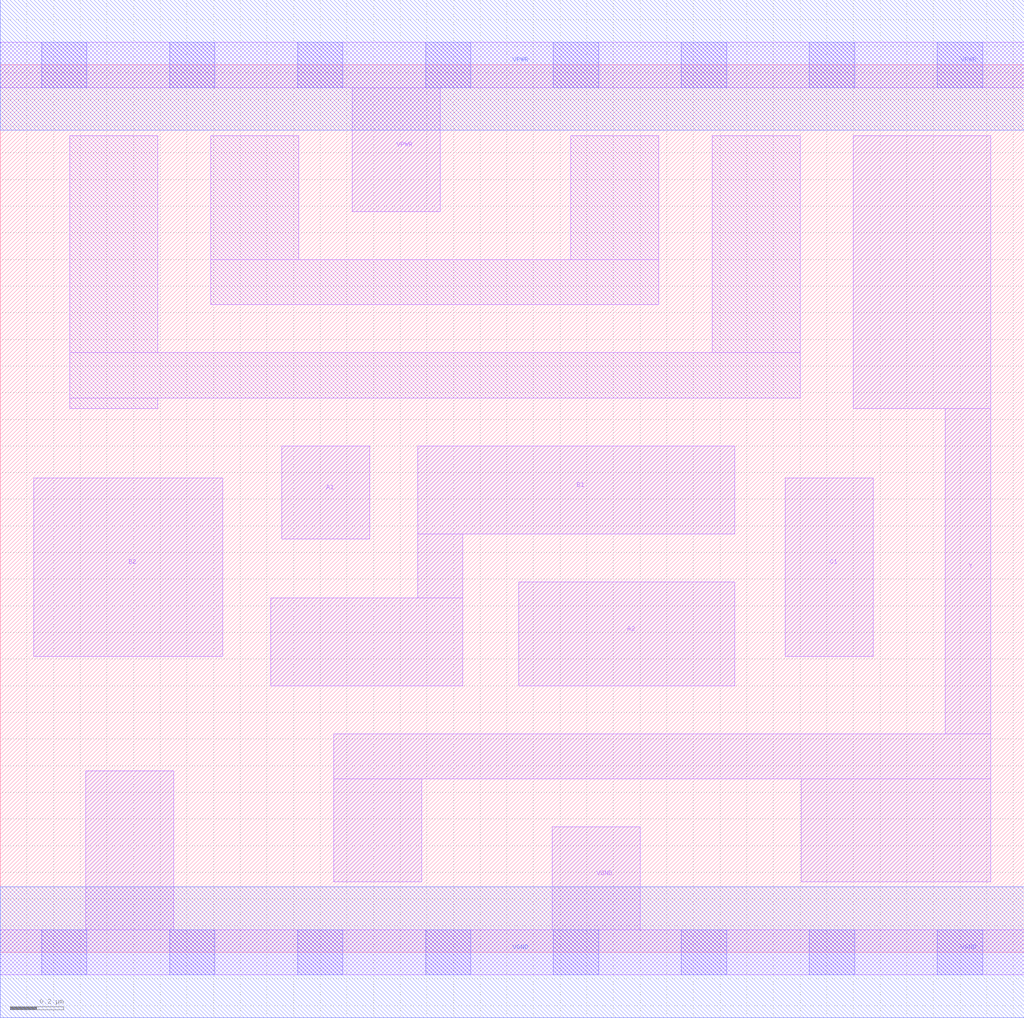
<source format=lef>
# Copyright 2020 The SkyWater PDK Authors
#
# Licensed under the Apache License, Version 2.0 (the "License");
# you may not use this file except in compliance with the License.
# You may obtain a copy of the License at
#
#     https://www.apache.org/licenses/LICENSE-2.0
#
# Unless required by applicable law or agreed to in writing, software
# distributed under the License is distributed on an "AS IS" BASIS,
# WITHOUT WARRANTIES OR CONDITIONS OF ANY KIND, either express or implied.
# See the License for the specific language governing permissions and
# limitations under the License.
#
# SPDX-License-Identifier: Apache-2.0

VERSION 5.7 ;
  NAMESCASESENSITIVE ON ;
  NOWIREEXTENSIONATPIN ON ;
  DIVIDERCHAR "/" ;
  BUSBITCHARS "[]" ;
UNITS
  DATABASE MICRONS 200 ;
END UNITS
MACRO sky130_fd_sc_lp__a221oi_lp
  CLASS CORE ;
  SOURCE USER ;
  FOREIGN sky130_fd_sc_lp__a221oi_lp ;
  ORIGIN  0.000000  0.000000 ;
  SIZE  3.840000 BY  3.330000 ;
  SYMMETRY X Y R90 ;
  SITE unit ;
  PIN A1
    ANTENNAGATEAREA  0.313000 ;
    DIRECTION INPUT ;
    USE SIGNAL ;
    PORT
      LAYER li1 ;
        RECT 1.055000 1.550000 1.385000 1.900000 ;
    END
  END A1
  PIN A2
    ANTENNAGATEAREA  0.313000 ;
    DIRECTION INPUT ;
    USE SIGNAL ;
    PORT
      LAYER li1 ;
        RECT 1.945000 1.000000 2.755000 1.390000 ;
    END
  END A2
  PIN B1
    ANTENNAGATEAREA  0.313000 ;
    DIRECTION INPUT ;
    USE SIGNAL ;
    PORT
      LAYER li1 ;
        RECT 1.015000 1.000000 1.735000 1.330000 ;
        RECT 1.565000 1.330000 1.735000 1.570000 ;
        RECT 1.565000 1.570000 2.755000 1.900000 ;
    END
  END B1
  PIN B2
    ANTENNAGATEAREA  0.313000 ;
    DIRECTION INPUT ;
    USE SIGNAL ;
    PORT
      LAYER li1 ;
        RECT 0.125000 1.110000 0.835000 1.780000 ;
    END
  END B2
  PIN C1
    ANTENNAGATEAREA  0.376000 ;
    DIRECTION INPUT ;
    USE SIGNAL ;
    PORT
      LAYER li1 ;
        RECT 2.945000 1.110000 3.275000 1.780000 ;
    END
  END C1
  PIN Y
    ANTENNADIFFAREA  0.568500 ;
    DIRECTION OUTPUT ;
    USE SIGNAL ;
    PORT
      LAYER li1 ;
        RECT 1.250000 0.265000 1.580000 0.650000 ;
        RECT 1.250000 0.650000 3.715000 0.820000 ;
        RECT 3.005000 0.265000 3.715000 0.650000 ;
        RECT 3.200000 2.040000 3.715000 3.065000 ;
        RECT 3.545000 0.820000 3.715000 2.040000 ;
    END
  END Y
  PIN VGND
    DIRECTION INOUT ;
    USE GROUND ;
    PORT
      LAYER li1 ;
        RECT 0.000000 -0.085000 3.840000 0.085000 ;
        RECT 0.320000  0.085000 0.650000 0.680000 ;
        RECT 2.070000  0.085000 2.400000 0.470000 ;
      LAYER mcon ;
        RECT 0.155000 -0.085000 0.325000 0.085000 ;
        RECT 0.635000 -0.085000 0.805000 0.085000 ;
        RECT 1.115000 -0.085000 1.285000 0.085000 ;
        RECT 1.595000 -0.085000 1.765000 0.085000 ;
        RECT 2.075000 -0.085000 2.245000 0.085000 ;
        RECT 2.555000 -0.085000 2.725000 0.085000 ;
        RECT 3.035000 -0.085000 3.205000 0.085000 ;
        RECT 3.515000 -0.085000 3.685000 0.085000 ;
      LAYER met1 ;
        RECT 0.000000 -0.245000 3.840000 0.245000 ;
    END
  END VGND
  PIN VPWR
    DIRECTION INOUT ;
    USE POWER ;
    PORT
      LAYER li1 ;
        RECT 0.000000 3.245000 3.840000 3.415000 ;
        RECT 1.320000 2.780000 1.650000 3.245000 ;
      LAYER mcon ;
        RECT 0.155000 3.245000 0.325000 3.415000 ;
        RECT 0.635000 3.245000 0.805000 3.415000 ;
        RECT 1.115000 3.245000 1.285000 3.415000 ;
        RECT 1.595000 3.245000 1.765000 3.415000 ;
        RECT 2.075000 3.245000 2.245000 3.415000 ;
        RECT 2.555000 3.245000 2.725000 3.415000 ;
        RECT 3.035000 3.245000 3.205000 3.415000 ;
        RECT 3.515000 3.245000 3.685000 3.415000 ;
      LAYER met1 ;
        RECT 0.000000 3.085000 3.840000 3.575000 ;
    END
  END VPWR
  OBS
    LAYER li1 ;
      RECT 0.260000 2.040000 0.590000 2.080000 ;
      RECT 0.260000 2.080000 3.000000 2.250000 ;
      RECT 0.260000 2.250000 0.590000 3.065000 ;
      RECT 0.790000 2.430000 2.470000 2.600000 ;
      RECT 0.790000 2.600000 1.120000 3.065000 ;
      RECT 2.140000 2.600000 2.470000 3.065000 ;
      RECT 2.670000 2.250000 3.000000 3.065000 ;
  END
END sky130_fd_sc_lp__a221oi_lp

</source>
